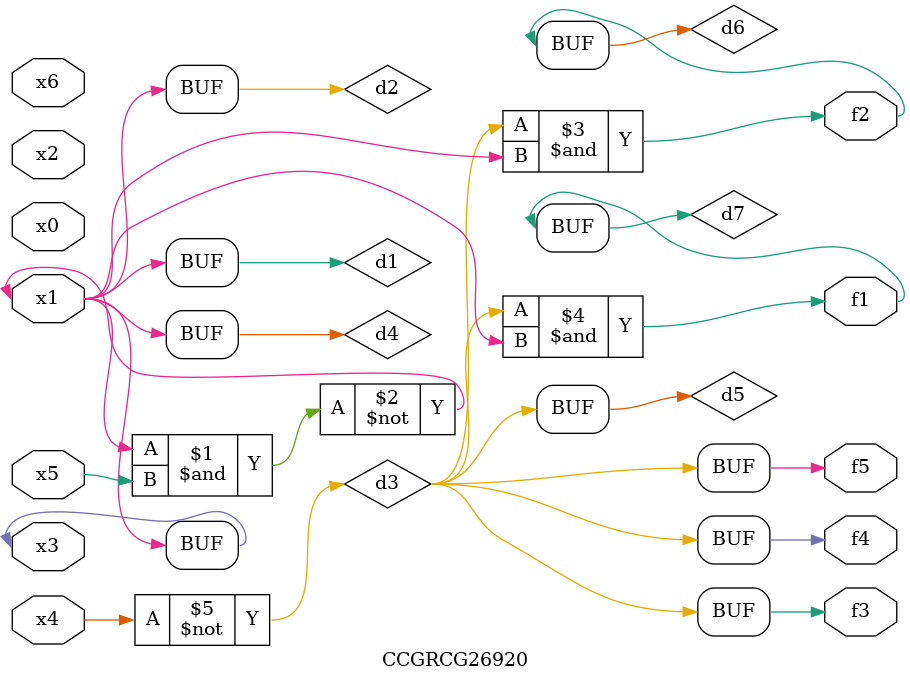
<source format=v>
module CCGRCG26920(
	input x0, x1, x2, x3, x4, x5, x6,
	output f1, f2, f3, f4, f5
);

	wire d1, d2, d3, d4, d5, d6, d7;

	buf (d1, x1, x3);
	nand (d2, x1, x5);
	not (d3, x4);
	buf (d4, d1, d2);
	buf (d5, d3);
	and (d6, d3, d4);
	and (d7, d3, d4);
	assign f1 = d7;
	assign f2 = d6;
	assign f3 = d5;
	assign f4 = d5;
	assign f5 = d5;
endmodule

</source>
